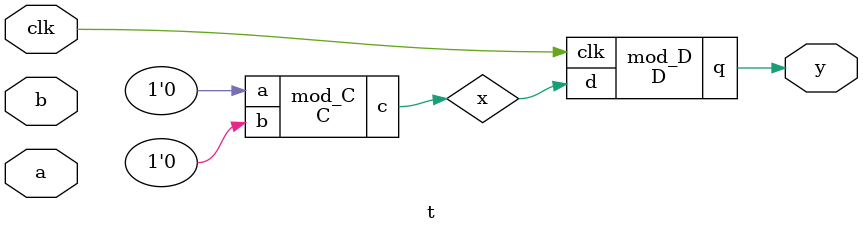
<source format=v>

module A(
  input a, b,
  output c
);
  assign c = a & b;
endmodule

module B(
  input a, b,
  output c
);
  assign c = a ^ b;
endmodule

module C(
  input a, b,
  output c
);
  B mod_B0(
    .a(a),
    .b(b),
    .c(c)
  );
endmodule

module D(
  input clk,
  input d,
  output q /* verilator public_flat_rw @(clk) */
);
  reg d_q;
  assign q = d_q;
  always @(posedge clk)
    d_q <= d;
endmodule

module t(
  input clk,
  input a, b,
  output y
);

  wire x;

  A mod_A0(
    .a (0),
    .b (1),
    .c ()
  );

  A mod_A1(
    .a (0),
    .b (1),
    .c ()
  );

  C mod_C(
    .a(0),
    .b(0),
    .c(x)
  );

  D mod_D(
    .clk(clk),
    .d(x),
    .q(y)
  );

endmodule

</source>
